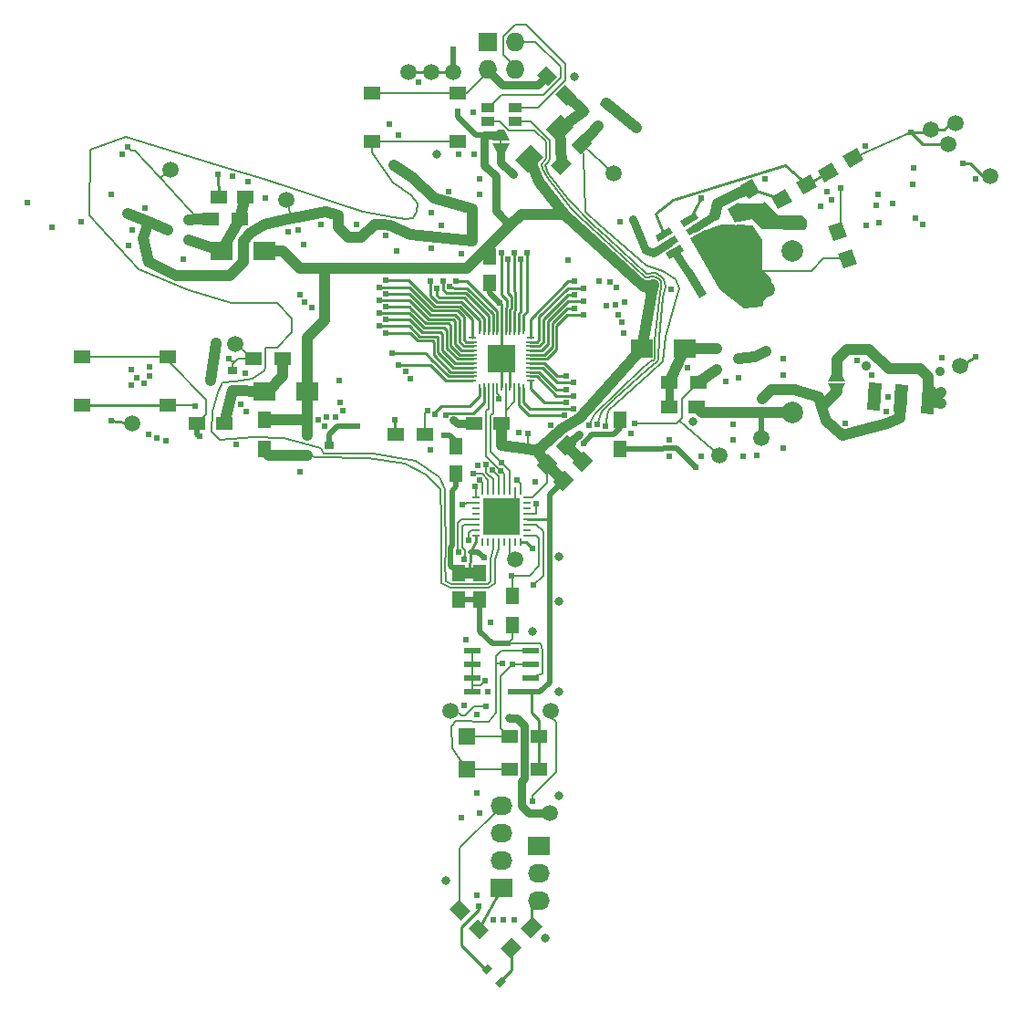
<source format=gbl>
G04 #@! TF.FileFunction,Copper,L6,Bot,Signal*
%FSLAX46Y46*%
G04 Gerber Fmt 4.6, Leading zero omitted, Abs format (unit mm)*
G04 Created by KiCad (PCBNEW 4.0.6) date Monday, May 07, 2018 'PMt' 08:57:05 PM*
%MOMM*%
%LPD*%
G01*
G04 APERTURE LIST*
%ADD10C,0.100000*%
%ADD11C,0.200000*%
%ADD12C,2.000000*%
%ADD13R,1.250000X1.500000*%
%ADD14R,1.500000X1.250000*%
%ADD15R,2.032000X1.727200*%
%ADD16O,2.032000X1.727200*%
%ADD17C,1.500000*%
%ADD18R,1.270000X0.965200*%
%ADD19R,0.900000X0.800000*%
%ADD20R,1.500000X1.300000*%
%ADD21R,1.300000X1.500000*%
%ADD22R,2.000000X1.700000*%
%ADD23R,0.700000X0.250000*%
%ADD24R,0.250000X0.700000*%
%ADD25R,1.725000X1.725000*%
%ADD26R,1.550000X0.600000*%
%ADD27R,0.700000X0.240000*%
%ADD28R,0.800000X0.240000*%
%ADD29R,0.240000X0.800000*%
%ADD30R,2.550000X2.550000*%
%ADD31R,1.550000X1.300000*%
%ADD32R,1.500000X1.500000*%
%ADD33C,0.900000*%
%ADD34R,1.727200X1.727200*%
%ADD35O,1.727200X1.727200*%
%ADD36C,0.610000*%
%ADD37C,0.800000*%
%ADD38C,0.152400*%
%ADD39C,1.000000*%
%ADD40C,0.500000*%
%ADD41C,0.750000*%
%ADD42C,0.240000*%
%ADD43C,0.254000*%
G04 APERTURE END LIST*
D10*
D11*
X149950000Y-70485000D02*
X149950000Y-69215000D01*
D10*
G36*
X174041266Y-78919551D02*
X172958734Y-79544551D01*
X172208734Y-78245513D01*
X173291266Y-77620513D01*
X174041266Y-78919551D01*
X174041266Y-78919551D01*
G37*
G36*
X172791266Y-76754487D02*
X171708734Y-77379487D01*
X170958734Y-76080449D01*
X172041266Y-75455449D01*
X172791266Y-76754487D01*
X172791266Y-76754487D01*
G37*
D12*
X177000000Y-80000000D03*
X177000000Y-94990000D03*
D10*
G36*
X155643846Y-102240038D02*
X154759962Y-101356154D01*
X155820622Y-100295494D01*
X156704506Y-101179378D01*
X155643846Y-102240038D01*
X155643846Y-102240038D01*
G37*
G36*
X157411612Y-100472272D02*
X156527728Y-99588388D01*
X157588388Y-98527728D01*
X158472272Y-99411612D01*
X157411612Y-100472272D01*
X157411612Y-100472272D01*
G37*
G36*
X148856155Y-142972271D02*
X147972271Y-143856155D01*
X146911611Y-142795495D01*
X147795495Y-141911611D01*
X148856155Y-142972271D01*
X148856155Y-142972271D01*
G37*
G36*
X147088389Y-141204505D02*
X146204505Y-142088389D01*
X145143845Y-141027729D01*
X146027729Y-140143845D01*
X147088389Y-141204505D01*
X147088389Y-141204505D01*
G37*
G36*
X154143846Y-100740038D02*
X153259962Y-99856154D01*
X154320622Y-98795494D01*
X155204506Y-99679378D01*
X154143846Y-100740038D01*
X154143846Y-100740038D01*
G37*
G36*
X155911612Y-98972272D02*
X155027728Y-98088388D01*
X156088388Y-97027728D01*
X156972272Y-97911612D01*
X155911612Y-98972272D01*
X155911612Y-98972272D01*
G37*
D13*
X145800000Y-100600001D03*
X145800000Y-98100001D03*
X146000000Y-109850000D03*
X146000000Y-112350000D03*
X148000000Y-109850000D03*
X148000000Y-112350000D03*
X148900000Y-80450001D03*
X148900000Y-82950001D03*
D14*
X149999999Y-96000001D03*
X147499999Y-96000001D03*
X124250000Y-96000000D03*
X121750000Y-96000000D03*
X126250000Y-75000000D03*
X123750000Y-75000000D03*
X165600000Y-94450000D03*
X168100000Y-94450000D03*
D10*
G36*
X156972272Y-65588388D02*
X156088388Y-66472272D01*
X155027728Y-65411612D01*
X155911612Y-64527728D01*
X156972272Y-65588388D01*
X156972272Y-65588388D01*
G37*
G36*
X155204506Y-63820622D02*
X154320622Y-64704506D01*
X153259962Y-63643846D01*
X154143846Y-62759962D01*
X155204506Y-63820622D01*
X155204506Y-63820622D01*
G37*
G36*
X172158734Y-73880449D02*
X173241266Y-73255449D01*
X173991266Y-74554487D01*
X172908734Y-75179487D01*
X172158734Y-73880449D01*
X172158734Y-73880449D01*
G37*
G36*
X173408734Y-76045513D02*
X174491266Y-75420513D01*
X175241266Y-76719551D01*
X174158734Y-77344551D01*
X173408734Y-76045513D01*
X173408734Y-76045513D01*
G37*
D15*
X153500000Y-135210000D03*
D16*
X153500000Y-137750000D03*
X153500000Y-140290000D03*
D17*
X154600000Y-122600000D03*
X151250000Y-108550000D03*
X145300000Y-122600000D03*
D15*
X150000000Y-139079999D03*
D16*
X150000000Y-136539999D03*
X150000000Y-133999999D03*
X150000000Y-131459999D03*
D18*
X148750000Y-66650000D03*
X148750000Y-67920000D03*
X151250000Y-66650000D03*
X151250000Y-67920000D03*
D17*
X115750000Y-96000000D03*
X130000000Y-75250000D03*
X192600000Y-90600000D03*
X195400000Y-73000000D03*
D10*
G36*
X169624038Y-80544968D02*
X170974038Y-82883236D01*
X170281218Y-83283236D01*
X168931218Y-80944968D01*
X169624038Y-80544968D01*
X169624038Y-80544968D01*
G37*
G36*
X167718782Y-81644968D02*
X169068782Y-83983236D01*
X168375962Y-84383236D01*
X167025962Y-82044968D01*
X167718782Y-81644968D01*
X167718782Y-81644968D01*
G37*
D19*
X125000000Y-91050000D03*
X125000000Y-92950000D03*
X123000000Y-92000000D03*
X121000000Y-77050000D03*
X121000000Y-78950000D03*
X119000000Y-78000000D03*
X170000000Y-90950000D03*
X170000000Y-89050000D03*
X172000000Y-90000000D03*
D10*
G36*
X158929290Y-68979899D02*
X158363604Y-68414213D01*
X159000000Y-67777817D01*
X159565686Y-68343503D01*
X158929290Y-68979899D01*
X158929290Y-68979899D01*
G37*
G36*
X157585787Y-67636396D02*
X157020101Y-67070710D01*
X157656497Y-66434314D01*
X158222183Y-67000000D01*
X157585787Y-67636396D01*
X157585787Y-67636396D01*
G37*
G36*
X159671752Y-66893934D02*
X159106066Y-66328248D01*
X159742462Y-65691852D01*
X160308148Y-66257538D01*
X159671752Y-66893934D01*
X159671752Y-66893934D01*
G37*
D20*
X153449999Y-128050000D03*
X150749999Y-128050000D03*
D21*
X151050000Y-112000000D03*
X151050000Y-114700000D03*
D20*
X153450000Y-125050000D03*
X150750000Y-125050000D03*
D10*
G36*
X152870711Y-141710051D02*
X153789949Y-142629289D01*
X152729289Y-143689949D01*
X151810051Y-142770711D01*
X152870711Y-141710051D01*
X152870711Y-141710051D01*
G37*
G36*
X150961523Y-143619239D02*
X151880761Y-144538477D01*
X150820101Y-145599137D01*
X149900863Y-144679899D01*
X150961523Y-143619239D01*
X150961523Y-143619239D01*
G37*
D21*
X161000000Y-95650000D03*
X161000000Y-98350000D03*
D20*
X142850000Y-97000000D03*
X140150000Y-97000000D03*
D22*
X132000000Y-93000000D03*
X128000000Y-93000000D03*
X128000001Y-80000000D03*
X124000001Y-80000000D03*
X163000000Y-89000000D03*
X167000000Y-89000000D03*
D10*
G36*
X152479720Y-72722362D02*
X151277638Y-71520280D01*
X152691852Y-70106066D01*
X153893934Y-71308148D01*
X152479720Y-72722362D01*
X152479720Y-72722362D01*
G37*
G36*
X155308148Y-69893934D02*
X154106066Y-68691852D01*
X155520280Y-67277638D01*
X156722362Y-68479720D01*
X155308148Y-69893934D01*
X155308148Y-69893934D01*
G37*
D20*
X129700000Y-90000000D03*
X127000000Y-90000000D03*
X125700000Y-77000000D03*
X123000000Y-77000000D03*
X165550000Y-92150000D03*
X168250000Y-92150000D03*
D10*
G36*
X155474695Y-72944543D02*
X154555457Y-72025305D01*
X155616117Y-70964645D01*
X156535355Y-71883883D01*
X155474695Y-72944543D01*
X155474695Y-72944543D01*
G37*
G36*
X157383883Y-71035355D02*
X156464645Y-70116117D01*
X157525305Y-69055457D01*
X158444543Y-69974695D01*
X157383883Y-71035355D01*
X157383883Y-71035355D01*
G37*
G36*
X182990769Y-81169626D02*
X181769169Y-81614253D01*
X181256139Y-80204714D01*
X182477739Y-79760087D01*
X182990769Y-81169626D01*
X182990769Y-81169626D01*
G37*
G36*
X182067315Y-78632456D02*
X180845715Y-79077083D01*
X180332685Y-77667544D01*
X181554285Y-77222917D01*
X182067315Y-78632456D01*
X182067315Y-78632456D01*
G37*
G36*
X175676220Y-76112917D02*
X175026220Y-74987083D01*
X176325258Y-74237083D01*
X176975258Y-75362917D01*
X175676220Y-76112917D01*
X175676220Y-76112917D01*
G37*
G36*
X178014488Y-74762917D02*
X177364488Y-73637083D01*
X178663526Y-72887083D01*
X179313526Y-74012917D01*
X178014488Y-74762917D01*
X178014488Y-74762917D01*
G37*
G36*
X180006347Y-73612917D02*
X179356347Y-72487083D01*
X180655385Y-71737083D01*
X181305385Y-72862917D01*
X180006347Y-73612917D01*
X180006347Y-73612917D01*
G37*
G36*
X182344615Y-72262917D02*
X181694615Y-71137083D01*
X182993653Y-70387083D01*
X183643653Y-71512917D01*
X182344615Y-72262917D01*
X182344615Y-72262917D01*
G37*
D23*
X152400000Y-102850000D03*
X152400000Y-103350000D03*
X152400000Y-103850000D03*
X152400000Y-104350000D03*
X152400000Y-104850000D03*
X152400000Y-105350000D03*
X152400000Y-105850000D03*
X152400000Y-106350000D03*
D24*
X151750000Y-107000000D03*
X151250000Y-107000000D03*
X150750000Y-107000000D03*
X150250000Y-107000000D03*
X149750000Y-107000000D03*
X149250000Y-107000000D03*
X148750000Y-107000000D03*
X148250000Y-107000000D03*
D23*
X147600000Y-106350000D03*
X147600000Y-105850000D03*
X147600000Y-105350000D03*
X147600000Y-104850000D03*
X147600000Y-104350000D03*
X147600000Y-103850000D03*
X147600000Y-103350000D03*
X147600000Y-102850000D03*
D24*
X148250000Y-102200000D03*
X148750000Y-102200000D03*
X149250000Y-102200000D03*
X149750000Y-102200000D03*
X150250000Y-102200000D03*
X150750000Y-102200000D03*
X151250000Y-102200000D03*
X151750000Y-102200000D03*
D25*
X149137500Y-105462500D03*
X149137500Y-103737500D03*
X150862500Y-105462500D03*
X150862500Y-103737500D03*
D26*
X147300000Y-120905000D03*
X147300000Y-119635000D03*
X147300000Y-118365000D03*
X147300000Y-117095000D03*
X152700000Y-117095000D03*
X152700000Y-118365000D03*
X152700000Y-119635000D03*
X152700000Y-120905000D03*
D27*
X147300000Y-92000000D03*
D28*
X147400000Y-91600000D03*
X147400000Y-91200000D03*
X147400000Y-90800000D03*
X147400000Y-90400000D03*
X147400000Y-90000000D03*
X147400000Y-89600000D03*
X147400000Y-89200000D03*
X147400000Y-88800000D03*
X147400000Y-88400000D03*
X147300000Y-88000000D03*
D29*
X148000000Y-87300000D03*
X148400000Y-87400000D03*
X148800000Y-87400000D03*
X149200000Y-87400000D03*
X149600000Y-87400000D03*
X150000000Y-87400000D03*
X150400000Y-87400000D03*
X150800000Y-87400000D03*
X151200000Y-87400000D03*
X151600000Y-87400000D03*
X152000000Y-87300000D03*
D28*
X152700000Y-88000000D03*
X152600000Y-88400000D03*
X152600000Y-88800000D03*
X152600000Y-89200000D03*
X152600000Y-89600000D03*
X152600000Y-90000000D03*
X152600000Y-90400000D03*
X152600000Y-90800000D03*
X152600000Y-91200000D03*
X152600000Y-91600000D03*
X152700000Y-92000000D03*
D29*
X152000000Y-92700000D03*
X151600000Y-92600000D03*
X151200000Y-92600000D03*
X150800000Y-92600000D03*
X150400000Y-92600000D03*
X150000000Y-92600000D03*
X149600000Y-92600000D03*
X149200000Y-92600000D03*
X148800000Y-92600000D03*
X148400000Y-92600000D03*
X148000000Y-92700000D03*
D30*
X150000000Y-90000000D03*
D10*
G36*
X165542866Y-80736169D02*
X165217866Y-80173253D01*
X166568866Y-79393253D01*
X166893866Y-79956169D01*
X165542866Y-80736169D01*
X165542866Y-80736169D01*
G37*
G36*
X165067866Y-79913445D02*
X164742866Y-79350529D01*
X166093866Y-78570529D01*
X166418866Y-79133445D01*
X165067866Y-79913445D01*
X165067866Y-79913445D01*
G37*
G36*
X164592866Y-79090721D02*
X164267866Y-78527805D01*
X165618866Y-77747805D01*
X165943866Y-78310721D01*
X164592866Y-79090721D01*
X164592866Y-79090721D01*
G37*
G36*
X166931134Y-77740721D02*
X166606134Y-77177805D01*
X167957134Y-76397805D01*
X168282134Y-76960721D01*
X166931134Y-77740721D01*
X166931134Y-77740721D01*
G37*
G36*
X167881134Y-79386169D02*
X167556134Y-78823253D01*
X168907134Y-78043253D01*
X169232134Y-78606169D01*
X167881134Y-79386169D01*
X167881134Y-79386169D01*
G37*
G36*
X167406134Y-78563445D02*
X167081134Y-78000529D01*
X168432134Y-77220529D01*
X168757134Y-77783445D01*
X167406134Y-78563445D01*
X167406134Y-78563445D01*
G37*
D31*
X111025000Y-89750000D03*
X118975000Y-89750000D03*
X118975000Y-94250000D03*
X111025000Y-94250000D03*
X145950000Y-69850000D03*
X138000000Y-69850000D03*
X138000000Y-65350000D03*
X145950000Y-65350000D03*
D32*
X146750000Y-128050000D03*
X146750001Y-125050000D03*
D19*
X132000000Y-98950000D03*
X132000000Y-97050000D03*
X134000000Y-98000000D03*
D21*
X128000000Y-95650000D03*
X128000000Y-98350000D03*
D17*
X125300000Y-88600000D03*
X119300000Y-72400000D03*
X170200000Y-98900000D03*
X160400000Y-72800000D03*
X191500000Y-70100000D03*
X192150000Y-68150000D03*
X189900000Y-68750000D03*
X141350000Y-63350000D03*
X145550000Y-63350000D03*
X143450000Y-63350000D03*
X174125000Y-97300000D03*
X174650000Y-83550000D03*
D10*
G36*
X150396016Y-147730330D02*
X149830330Y-148296016D01*
X149406066Y-147871752D01*
X149971752Y-147306066D01*
X150396016Y-147730330D01*
X150396016Y-147730330D01*
G37*
G36*
X149193934Y-146528248D02*
X148628248Y-147093934D01*
X148203984Y-146669670D01*
X148769670Y-146103984D01*
X149193934Y-146528248D01*
X149193934Y-146528248D01*
G37*
D33*
X190691718Y-91137172D03*
X183908282Y-90662828D03*
D10*
G36*
X183928526Y-94674011D02*
X184102917Y-92180101D01*
X185299994Y-92263809D01*
X185125603Y-94757719D01*
X183928526Y-94674011D01*
X183928526Y-94674011D01*
G37*
G36*
X186422436Y-94848402D02*
X186596827Y-92354492D01*
X187793904Y-92438200D01*
X187619513Y-94932110D01*
X186422436Y-94848402D01*
X186422436Y-94848402D01*
G37*
G36*
X188916346Y-95022793D02*
X189090737Y-92528883D01*
X190287814Y-92612591D01*
X190113423Y-95106501D01*
X188916346Y-95022793D01*
X188916346Y-95022793D01*
G37*
D34*
X148760000Y-60560000D03*
D35*
X151300000Y-60560000D03*
X148760000Y-63100000D03*
X151300000Y-63100000D03*
D10*
G36*
X181450000Y-93250000D02*
X180850000Y-93250000D01*
X180350000Y-92250000D01*
X181950000Y-92250000D01*
X181450000Y-93250000D01*
X181450000Y-93250000D01*
G37*
G36*
X181950000Y-92050000D02*
X180350000Y-92050000D01*
X180850000Y-91050000D01*
X181450000Y-91050000D01*
X181950000Y-92050000D01*
X181950000Y-92050000D01*
G37*
G36*
X149650000Y-68700000D02*
X150250000Y-68700000D01*
X150750000Y-69700000D01*
X149150000Y-69700000D01*
X149650000Y-68700000D01*
X149650000Y-68700000D01*
G37*
G36*
X149150000Y-70000000D02*
X150750000Y-70000000D01*
X150250000Y-71000000D01*
X149650000Y-71000000D01*
X149150000Y-70000000D01*
X149150000Y-70000000D01*
G37*
D17*
X154450000Y-132100000D03*
D36*
X177600000Y-77200000D03*
X176700000Y-77200000D03*
X175900000Y-77400000D03*
X168000000Y-100000000D03*
X148450000Y-119850000D03*
X150000000Y-89900000D03*
D37*
X150000000Y-90700000D03*
D36*
X149800000Y-84800000D03*
X121950000Y-97150000D03*
X145550000Y-95650000D03*
X144650000Y-97100000D03*
X157200000Y-97000000D03*
X188000000Y-69000000D03*
X123700000Y-72900000D03*
X154600000Y-96100000D03*
X140100000Y-95600000D03*
X162200000Y-77000000D03*
X150600000Y-116400000D03*
X149137500Y-105462500D03*
X150862500Y-105462500D03*
X150862500Y-103737500D03*
X149137500Y-103737500D03*
X150850000Y-120900000D03*
X145550000Y-61250000D03*
X145900000Y-67050000D03*
X152450000Y-96900000D03*
X148350000Y-108450000D03*
X164100000Y-83100000D03*
X169800000Y-76700000D03*
X147800000Y-99850000D03*
X153250000Y-103400000D03*
X121550000Y-94350000D03*
X147900000Y-140800000D03*
X153000000Y-111000000D03*
X157600000Y-97800000D03*
D37*
X144800000Y-138400000D03*
D36*
X134900000Y-92025000D03*
X131250000Y-100500000D03*
X113750000Y-95750000D03*
X123500000Y-88500000D03*
X144800000Y-95250000D03*
X108250000Y-77750000D03*
X117350000Y-90750000D03*
X168500000Y-99000000D03*
X184800000Y-75750000D03*
X179600000Y-75800000D03*
X143850000Y-95100000D03*
X111000000Y-77250000D03*
X117350000Y-91550000D03*
X165550000Y-99000000D03*
X184950000Y-74750000D03*
X140400000Y-90550000D03*
X113750000Y-74750000D03*
X117250000Y-97000000D03*
X165550000Y-97500000D03*
X116900000Y-76000000D03*
X139850000Y-89475000D03*
X118000000Y-97300000D03*
X171500000Y-97500000D03*
X183900000Y-77600000D03*
X188250000Y-72250000D03*
X139250000Y-87550000D03*
X114750000Y-71000000D03*
X118850000Y-97600000D03*
X171500000Y-96050000D03*
X138650000Y-86950000D03*
X125000000Y-73000000D03*
X173700000Y-98900000D03*
X170800000Y-92100000D03*
X133600000Y-96200000D03*
X139250000Y-86350000D03*
X126500000Y-73500000D03*
X176150000Y-98250000D03*
X172000000Y-91700000D03*
X135000000Y-94000000D03*
X162000000Y-96900000D03*
X128100000Y-75100000D03*
X138650000Y-85750000D03*
X134550000Y-95400000D03*
X160050000Y-82850000D03*
X167300000Y-90800000D03*
X181900000Y-95950000D03*
X139250000Y-85150000D03*
X130150000Y-78200000D03*
X133750000Y-95350000D03*
X185700000Y-94900000D03*
X188400000Y-76900000D03*
X138650000Y-84550000D03*
X131100000Y-78050000D03*
X133000000Y-95600000D03*
X176200000Y-91500000D03*
X139250000Y-83950000D03*
X131650000Y-79350000D03*
X125350000Y-97950000D03*
X185050000Y-77350000D03*
X188200000Y-73750000D03*
X126300000Y-94900000D03*
X176200000Y-90000000D03*
X138650000Y-83350000D03*
X133250000Y-77500000D03*
X161350000Y-87600000D03*
X125800000Y-94200000D03*
X185900000Y-93550000D03*
X139250000Y-82700000D03*
X136500000Y-77500000D03*
X184400000Y-91500000D03*
X156200000Y-80850000D03*
X139250000Y-78500000D03*
X143400000Y-82800000D03*
X183000000Y-90100000D03*
X189100000Y-77550000D03*
X144000000Y-83400000D03*
X140250000Y-80000000D03*
X190900000Y-89900000D03*
X160800000Y-85900000D03*
X143500000Y-79750000D03*
X144600000Y-82800000D03*
X145200000Y-83300000D03*
X143450000Y-76450000D03*
X180200000Y-74450000D03*
X153100000Y-101400000D03*
X145800000Y-82800000D03*
X146250000Y-80250000D03*
X180650000Y-75200000D03*
X144400000Y-77600000D03*
X150000000Y-80100000D03*
X141100000Y-91150000D03*
X150600000Y-80700000D03*
X141500000Y-91800000D03*
X151200000Y-80100000D03*
X140460000Y-69210000D03*
X147750000Y-139750000D03*
X139600000Y-68200000D03*
X146250000Y-132550000D03*
X151800000Y-80700000D03*
X142300000Y-64283530D03*
X152400000Y-80100000D03*
X148000000Y-132100000D03*
X146700000Y-116050000D03*
X156800000Y-82800000D03*
X147500000Y-71000000D03*
X157600000Y-83400000D03*
X146000000Y-71000000D03*
X146550000Y-122150000D03*
X147750000Y-130250000D03*
X156800000Y-84000000D03*
X148000000Y-73250000D03*
X147750000Y-123000000D03*
X157600000Y-84600000D03*
X148000000Y-74750000D03*
X149000000Y-114450000D03*
X156800000Y-85300000D03*
X145050000Y-74450000D03*
X148750000Y-120850000D03*
D37*
X144000000Y-71000000D03*
D36*
X157600000Y-85900000D03*
X159100000Y-82750000D03*
X151200000Y-142000000D03*
X115600000Y-92400000D03*
X156000000Y-91600000D03*
X120450000Y-80750000D03*
X160700000Y-83350000D03*
X150200000Y-142000000D03*
X156700000Y-92200000D03*
X131325000Y-84050000D03*
X194000000Y-73300000D03*
X172400000Y-99000000D03*
X149200000Y-142000000D03*
X156000000Y-92800000D03*
X132400000Y-85200000D03*
X161200000Y-86600000D03*
X156700000Y-93400000D03*
X131700000Y-84725000D03*
X161400000Y-84750000D03*
X116150000Y-91700000D03*
X156000000Y-94000000D03*
X115750000Y-78000000D03*
X160600000Y-85000000D03*
X116800000Y-92250000D03*
X115350000Y-79500000D03*
X156700000Y-94600000D03*
X159700000Y-85050000D03*
X115600000Y-91000000D03*
X155875000Y-95200000D03*
X106000000Y-75500000D03*
X147250000Y-79000000D03*
X147400000Y-67100000D03*
X134875000Y-76700000D03*
D37*
X140000000Y-72000000D03*
D36*
X115250000Y-76500000D03*
D37*
X167800000Y-95800000D03*
X154100000Y-143700000D03*
X155300000Y-112500000D03*
X155300000Y-120900000D03*
X155300000Y-130500000D03*
X155300000Y-108300000D03*
D36*
X174535715Y-89300000D03*
X173500000Y-89800000D03*
X194000000Y-89800000D03*
X192800000Y-71800000D03*
X186300000Y-75600000D03*
X165750000Y-83500000D03*
D37*
X156800000Y-63800000D03*
D36*
X161000000Y-77250000D03*
X161000000Y-77250000D03*
X183750000Y-70250000D03*
X174500000Y-73250000D03*
X162500000Y-68500000D03*
X147550000Y-101850000D03*
X146400000Y-103500000D03*
X150100000Y-118250000D03*
X149975000Y-99575000D03*
X158100000Y-96175000D03*
X150985000Y-118365000D03*
X149950000Y-100350000D03*
X158900000Y-96050000D03*
X124650000Y-89950000D03*
X146950000Y-106848062D03*
X115300000Y-70300000D03*
X147400000Y-100650000D03*
X126250000Y-91300000D03*
X135250000Y-94800000D03*
X148575000Y-99775000D03*
X162400000Y-96000000D03*
X149150000Y-100325000D03*
X159675000Y-96250000D03*
X143100000Y-94800000D03*
X149775000Y-93675000D03*
X151600000Y-96850000D03*
X152900000Y-107600000D03*
X146500000Y-108600000D03*
X146050000Y-107950000D03*
X150950000Y-110100000D03*
X152900000Y-131000000D03*
X151450000Y-101250000D03*
X147950000Y-101200000D03*
X148600000Y-122200000D03*
X136650000Y-96250000D03*
X143400000Y-98400000D03*
X151100000Y-72900000D03*
D37*
X190850000Y-94100000D03*
X190850000Y-94100000D03*
X190850000Y-93100000D03*
X150800000Y-123300000D03*
X152850000Y-115250000D03*
X174200000Y-93700000D03*
X173750000Y-84450000D03*
X172700000Y-84450000D03*
X185850000Y-95950000D03*
X187000000Y-95500000D03*
D36*
X181500000Y-74100000D03*
X168500000Y-75100000D03*
D38*
X174325000Y-76382532D02*
X174882532Y-76382532D01*
X174882532Y-76382532D02*
X175900000Y-77400000D01*
X171875000Y-76417468D02*
X174290064Y-76417468D01*
X174290064Y-76417468D02*
X174325000Y-76382532D01*
X176700000Y-77200000D02*
X177600000Y-77200000D01*
X175900000Y-77400000D02*
X176500000Y-77400000D01*
X176500000Y-77400000D02*
X176700000Y-77200000D01*
D39*
X177000000Y-94990000D02*
X174150000Y-94990000D01*
X174150000Y-94990000D02*
X168640000Y-94990000D01*
D40*
X174125000Y-97300000D02*
X174125000Y-95015000D01*
X174125000Y-95015000D02*
X174150000Y-94990000D01*
D39*
X168640000Y-94990000D02*
X168100000Y-94450000D01*
D41*
X150100000Y-64600000D02*
X153364468Y-64600000D01*
X153364468Y-64600000D02*
X154232234Y-63732234D01*
X149000000Y-63500000D02*
X150100000Y-64600000D01*
X149000000Y-63100000D02*
X149000000Y-63500000D01*
D38*
X145950000Y-65350000D02*
X146750000Y-65350000D01*
X146750000Y-65350000D02*
X149000000Y-63100000D01*
D11*
X146116117Y-141116117D02*
X146116117Y-136000000D01*
X150000000Y-131500000D02*
X146116117Y-135383883D01*
X146116117Y-135383883D02*
X146116117Y-136000000D01*
X150000000Y-131459999D02*
X150000000Y-131500000D01*
D40*
X165050000Y-98250000D02*
X166250000Y-98250000D01*
X166250000Y-98250000D02*
X168000000Y-100000000D01*
X164950000Y-98350000D02*
X165050000Y-98250000D01*
X161000000Y-98350000D02*
X164950000Y-98350000D01*
D41*
X156000000Y-98000000D02*
X157200000Y-97000000D01*
D38*
X147300000Y-120250000D02*
X148050000Y-120250000D01*
X148050000Y-120250000D02*
X148450000Y-119850000D01*
D11*
X147300000Y-120250000D02*
X147300000Y-120905000D01*
X147300000Y-119635000D02*
X147300000Y-120250000D01*
D40*
X144650000Y-97100000D02*
X145167766Y-97100000D01*
X145167766Y-97100000D02*
X145833883Y-97766117D01*
X148900000Y-82950001D02*
X148900000Y-83900000D01*
X148900000Y-83900000D02*
X149800000Y-84800000D01*
D41*
X147499999Y-96000001D02*
X145900001Y-96000001D01*
X145900001Y-96000001D02*
X145550000Y-95650000D01*
D11*
X138000000Y-65350000D02*
X145950000Y-65350000D01*
D42*
X154232234Y-63732234D02*
X153732234Y-63732234D01*
X191700000Y-68150000D02*
X191100000Y-68750000D01*
X191100000Y-68750000D02*
X189900000Y-68750000D01*
X192150000Y-68150000D02*
X191700000Y-68150000D01*
X189600000Y-68750000D02*
X189350000Y-69000000D01*
X189350000Y-69000000D02*
X188000000Y-69000000D01*
X189900000Y-68750000D02*
X189600000Y-68750000D01*
X191500000Y-70100000D02*
X189100000Y-70100000D01*
X189100000Y-70100000D02*
X188000000Y-69000000D01*
D38*
X192150000Y-68150000D02*
X191950000Y-68150000D01*
D42*
X152800000Y-142700000D02*
X152800000Y-140990000D01*
X152800000Y-140990000D02*
X153500000Y-140290000D01*
D40*
X148000000Y-115250000D02*
X149150000Y-116400000D01*
X149150000Y-116400000D02*
X150600000Y-116400000D01*
X148000000Y-112350000D02*
X148000000Y-115250000D01*
X148000000Y-112350000D02*
X146000000Y-112350000D01*
D11*
X151050000Y-114700000D02*
X151050000Y-115950000D01*
X151050000Y-115950000D02*
X150600000Y-116400000D01*
D42*
X138009465Y-65359465D02*
X138000000Y-65350000D01*
D38*
X111025000Y-89750000D02*
X118975000Y-89750000D01*
X122600000Y-93750000D02*
X122600000Y-95150000D01*
X122600000Y-95150000D02*
X121750000Y-96000000D01*
X118975000Y-90125000D02*
X122600000Y-93750000D01*
X118975000Y-89750000D02*
X118975000Y-90125000D01*
D40*
X121750000Y-96000000D02*
X121750000Y-96950000D01*
X121750000Y-96950000D02*
X121950000Y-97150000D01*
D39*
X157500000Y-99500000D02*
X156000000Y-98000000D01*
D11*
X147300000Y-119000000D02*
X147300000Y-119635000D01*
X147300000Y-118365000D02*
X147300000Y-119000000D01*
D38*
X153600000Y-116400000D02*
X150600000Y-116400000D01*
X153850000Y-117050000D02*
X153600000Y-116400000D01*
X153850000Y-119200000D02*
X153850000Y-117050000D01*
X152700000Y-119635000D02*
X153850000Y-119200000D01*
X182669134Y-71325000D02*
X188000000Y-69000000D01*
D42*
X123750000Y-75000000D02*
X123700000Y-72900000D01*
X150000000Y-84900000D02*
X149800000Y-84800000D01*
X140150000Y-97000000D02*
X140100000Y-95600000D01*
D41*
X163400000Y-79900000D02*
X162200000Y-77000000D01*
X164100000Y-80100000D02*
X163400000Y-79900000D01*
X165580866Y-79241987D02*
X164100000Y-80100000D01*
D42*
X150000000Y-87400000D02*
X150000000Y-84900000D01*
X150000000Y-87400000D02*
X150000000Y-90000000D01*
X150000000Y-92600000D02*
X150000000Y-90000000D01*
X150800000Y-92600000D02*
X150800000Y-90800000D01*
X150800000Y-90800000D02*
X150000000Y-90000000D01*
D11*
X147300000Y-117095000D02*
X147300000Y-118365000D01*
D38*
X150862500Y-105462500D02*
X149137500Y-105462500D01*
X150862500Y-103737500D02*
X150862500Y-105462500D01*
X149137500Y-103737500D02*
X150862500Y-103737500D01*
X149137500Y-105462500D02*
X149137500Y-103737500D01*
X151250000Y-102200000D02*
X151250000Y-103350000D01*
X151250000Y-103350000D02*
X150862500Y-103737500D01*
D39*
X164100000Y-83100000D02*
X163969491Y-83800000D01*
X163200000Y-83250000D02*
X163419491Y-83250000D01*
X163969491Y-83800000D02*
X163000000Y-89000000D01*
X163419491Y-83250000D02*
X163969491Y-83800000D01*
D41*
X148400000Y-69200000D02*
X149950000Y-69200000D01*
D40*
X148400000Y-69200000D02*
X147600000Y-69200000D01*
D41*
X148400000Y-72000000D02*
X148400000Y-69200000D01*
X149450000Y-73050000D02*
X148400000Y-72000000D01*
X149450000Y-76250000D02*
X149450000Y-73050000D01*
D40*
X147400000Y-69000000D02*
X145900000Y-67500000D01*
X147600000Y-69200000D02*
X147400000Y-69000000D01*
D39*
X132000000Y-97050000D02*
X132000000Y-95800000D01*
X131850000Y-95650000D02*
X132000000Y-95800000D01*
X132000000Y-95800000D02*
X132000000Y-93000000D01*
X128000000Y-95650000D02*
X131850000Y-95650000D01*
X133600000Y-81600000D02*
X131300000Y-81600000D01*
X131300000Y-81600000D02*
X129700000Y-80000000D01*
X129700000Y-80000000D02*
X128000001Y-80000000D01*
X146800000Y-81600000D02*
X133600000Y-81600000D01*
X132000000Y-88000000D02*
X133600000Y-86400000D01*
X133600000Y-86400000D02*
X133600000Y-81600000D01*
X132000000Y-93000000D02*
X132000000Y-88000000D01*
X147650000Y-80750000D02*
X146800000Y-81600000D01*
D11*
X154232234Y-101467766D02*
X152850000Y-102850000D01*
X152850000Y-102850000D02*
X152400000Y-102850000D01*
X154232234Y-99767766D02*
X154232234Y-101467766D01*
D42*
X147600000Y-106900000D02*
X147600000Y-106350000D01*
D40*
X145800000Y-100600001D02*
X145800000Y-101850000D01*
X145450000Y-102200000D02*
X145450000Y-107300000D01*
X145300000Y-109150000D02*
X146000000Y-109850000D01*
X145800000Y-101850000D02*
X145450000Y-102200000D01*
X145450000Y-107300000D02*
X145300000Y-107450000D01*
X145300000Y-107450000D02*
X145300000Y-109150000D01*
X147150000Y-107900000D02*
X147800000Y-107900000D01*
X147800000Y-107900000D02*
X148350000Y-108450000D01*
X152700000Y-120905000D02*
X150855000Y-120905000D01*
X150855000Y-120905000D02*
X150850000Y-120900000D01*
X154450000Y-120050000D02*
X154450000Y-104850000D01*
X154450000Y-104850000D02*
X154450000Y-102550000D01*
D42*
X152400000Y-104850000D02*
X154450000Y-104850000D01*
D40*
X154450000Y-102550000D02*
X155732234Y-101267766D01*
X152700000Y-120905000D02*
X153595000Y-120905000D01*
X154450000Y-120050000D02*
X153595000Y-120905000D01*
X154450000Y-120050000D02*
X154400000Y-120100000D01*
D39*
X147650000Y-80750000D02*
X150800000Y-77600000D01*
D38*
X147949999Y-80450001D02*
X147650000Y-80750000D01*
X148900000Y-80450001D02*
X147949999Y-80450001D01*
D40*
X145550000Y-61250000D02*
X145550000Y-63350000D01*
X145900000Y-67500000D02*
X145900000Y-67050000D01*
D42*
X143450000Y-63350000D02*
X145550000Y-63350000D01*
X141350000Y-63350000D02*
X143450000Y-63350000D01*
D41*
X149450000Y-76250000D02*
X150800000Y-77600000D01*
D39*
X150800000Y-77600000D02*
X151850000Y-76550000D01*
X153300000Y-98500000D02*
X152450000Y-98371212D01*
X152450000Y-98371212D02*
X150000000Y-98000000D01*
D11*
X152450000Y-96900000D02*
X152450000Y-98371212D01*
D42*
X152775000Y-122800000D02*
X152775000Y-120980000D01*
X152775000Y-120980000D02*
X152700000Y-120905000D01*
X153450000Y-125050000D02*
X153450000Y-123475000D01*
X153450000Y-123475000D02*
X152775000Y-122800000D01*
X153449999Y-128050000D02*
X153449999Y-125050001D01*
X153449999Y-125050001D02*
X153450000Y-125050000D01*
D39*
X151850000Y-76550000D02*
X155800000Y-76550000D01*
X155800000Y-76550000D02*
X155900000Y-76650000D01*
X155900000Y-76650000D02*
X153500000Y-73500000D01*
X163200000Y-83250000D02*
X155900000Y-76650000D01*
X164100000Y-83100000D02*
X163200000Y-83250000D01*
X153300000Y-98500000D02*
X154232234Y-99767766D01*
X150000000Y-98000000D02*
X149999999Y-96000001D01*
D42*
X147150000Y-107900000D02*
X147600000Y-106900000D01*
D39*
X147000000Y-109850000D02*
X148000000Y-109850000D01*
X146000000Y-109850000D02*
X147000000Y-109850000D01*
D42*
X147000000Y-109850000D02*
X147150000Y-107900000D01*
D39*
X154232234Y-99767766D02*
X155732234Y-101267766D01*
X154600000Y-97400000D02*
X153300000Y-98500000D01*
X155600000Y-96500000D02*
X154600000Y-97400000D01*
X157300000Y-95500000D02*
X155600000Y-96500000D01*
X163000000Y-89000000D02*
X157300000Y-95500000D01*
X153500000Y-73500000D02*
X152585786Y-71414214D01*
D42*
X173075000Y-74217468D02*
X176000739Y-75175000D01*
D39*
X171900000Y-74600000D02*
X173075000Y-74217468D01*
X170100000Y-75600000D02*
X171900000Y-74600000D01*
X169800000Y-76700000D02*
X170100000Y-75600000D01*
D41*
X167919134Y-77891987D02*
X169800000Y-76700000D01*
D11*
X154232234Y-100567766D02*
X154232234Y-99767766D01*
X150400000Y-92600000D02*
X150400000Y-94750000D01*
X150400000Y-94750000D02*
X150400000Y-95600000D01*
X151200000Y-92600000D02*
X151200000Y-93950000D01*
X151200000Y-93950000D02*
X150400000Y-94750000D01*
X150400000Y-95600000D02*
X149999999Y-96000001D01*
D38*
X153200000Y-104350000D02*
X153200000Y-103450000D01*
X153200000Y-103450000D02*
X153250000Y-103400000D01*
X118975000Y-94250000D02*
X121450000Y-94250000D01*
X121450000Y-94250000D02*
X121550000Y-94350000D01*
X153000000Y-104350000D02*
X153200000Y-104350000D01*
D42*
X118975000Y-94250000D02*
X113200000Y-94250000D01*
X113200000Y-94250000D02*
X111025000Y-94250000D01*
D38*
X152400000Y-104350000D02*
X153000000Y-104350000D01*
D42*
X147883883Y-142883883D02*
X150000000Y-139079999D01*
X148498959Y-146598959D02*
X146300000Y-144400000D01*
X146300000Y-144400000D02*
X146300000Y-143300000D01*
X148698959Y-146598959D02*
X148498959Y-146598959D01*
X146300000Y-143300000D02*
X146300000Y-142700000D01*
X146300000Y-142700000D02*
X147900000Y-141100000D01*
X147900000Y-141100000D02*
X147900000Y-140800000D01*
D11*
X153900000Y-106000000D02*
X153900000Y-110100000D01*
X153900000Y-110100000D02*
X153000000Y-111000000D01*
X153250000Y-105350000D02*
X153900000Y-106000000D01*
X152400000Y-105350000D02*
X153250000Y-105350000D01*
D42*
X150890812Y-146709188D02*
X150890812Y-144609188D01*
X149901041Y-147801041D02*
X149901041Y-147698959D01*
X149901041Y-147698959D02*
X150890812Y-146709188D01*
D39*
X128000000Y-98500000D02*
X128450000Y-98950000D01*
X128450000Y-98950000D02*
X132000000Y-98950000D01*
X128000000Y-98350000D02*
X128000000Y-98500000D01*
D38*
X132000000Y-98950000D02*
X132700000Y-99136667D01*
X137650000Y-99150000D02*
X132700000Y-99136667D01*
X141050000Y-99700000D02*
X137650000Y-99150000D01*
X143000000Y-100750000D02*
X141050000Y-99700000D01*
X144350000Y-102100000D02*
X143000000Y-100750000D01*
X144450000Y-104950000D02*
X144350000Y-102100000D01*
X144450000Y-104950000D02*
X144450000Y-110800000D01*
X149750000Y-107600000D02*
X149750000Y-107000000D01*
X145250000Y-111200000D02*
X148800000Y-111200000D01*
X148800000Y-111200000D02*
X149400000Y-110750000D01*
X149400000Y-108600000D02*
X149750000Y-107600000D01*
X144450000Y-110800000D02*
X145250000Y-111200000D01*
X149400000Y-110750000D02*
X149400000Y-108600000D01*
D40*
X160400000Y-97000000D02*
X158400000Y-97000000D01*
X158400000Y-97000000D02*
X157600000Y-97800000D01*
X161000000Y-96400000D02*
X160400000Y-97000000D01*
X161000000Y-95650000D02*
X161000000Y-96400000D01*
D42*
X113750000Y-95750000D02*
X115750000Y-96000000D01*
D39*
X123000000Y-92000000D02*
X123500000Y-88500000D01*
D42*
X144800000Y-95250000D02*
X145050000Y-95000000D01*
X147400000Y-95000000D02*
X148400000Y-94000000D01*
X148400000Y-94000000D02*
X148400000Y-92600000D01*
X145050000Y-95000000D02*
X147400000Y-95000000D01*
X147000000Y-94400000D02*
X144400000Y-94400000D01*
X143850000Y-95100000D02*
X143850000Y-94950000D01*
X143850000Y-94950000D02*
X144400000Y-94400000D01*
X148000000Y-92700000D02*
X148000000Y-93400000D01*
X148000000Y-93400000D02*
X147000000Y-94400000D01*
X144850000Y-92000000D02*
X143400000Y-90550000D01*
X143400000Y-90550000D02*
X140400000Y-90550000D01*
X147300000Y-92000000D02*
X144850000Y-92000000D01*
X143025000Y-89575000D02*
X142925000Y-89475000D01*
X142925000Y-89475000D02*
X139850000Y-89475000D01*
X143500000Y-90050000D02*
X143025000Y-89575000D01*
X145050000Y-91600000D02*
X143500000Y-90050000D01*
X147400000Y-91600000D02*
X145050000Y-91600000D01*
X141500000Y-87600000D02*
X141450000Y-87550000D01*
X141450000Y-87550000D02*
X139250000Y-87550000D01*
X142200000Y-88300000D02*
X141500000Y-87600000D01*
X143550000Y-88300000D02*
X142200000Y-88300000D01*
X143700000Y-88450000D02*
X143550000Y-88300000D01*
X143700000Y-89650000D02*
X143700000Y-88450000D01*
X145250000Y-91200000D02*
X143700000Y-89650000D01*
X147400000Y-91200000D02*
X145250000Y-91200000D01*
X141500000Y-87000000D02*
X141450000Y-86950000D01*
X141450000Y-86950000D02*
X138650000Y-86950000D01*
X142400000Y-87900000D02*
X141500000Y-87000000D01*
X144100000Y-87900000D02*
X142400000Y-87900000D01*
X144100000Y-89400000D02*
X144100000Y-87900000D01*
X145500000Y-90800000D02*
X144100000Y-89400000D01*
X147400000Y-90800000D02*
X145500000Y-90800000D01*
X142300000Y-87200000D02*
X141450000Y-86350000D01*
X141450000Y-86350000D02*
X139250000Y-86350000D01*
X142600000Y-87500000D02*
X142300000Y-87200000D01*
X144350000Y-87500000D02*
X142600000Y-87500000D01*
X144500000Y-87650000D02*
X144350000Y-87500000D01*
X144500000Y-89200000D02*
X144500000Y-87650000D01*
X145700000Y-90400000D02*
X144500000Y-89200000D01*
X147400000Y-90400000D02*
X145700000Y-90400000D01*
X142000000Y-86300000D02*
X141450000Y-85750000D01*
X141450000Y-85750000D02*
X138650000Y-85750000D01*
X142800000Y-87100000D02*
X142000000Y-86300000D01*
X142800000Y-87100000D02*
X144700000Y-87100000D01*
X144700000Y-87100000D02*
X144900000Y-87300000D01*
X144900000Y-87300000D02*
X144900000Y-89000000D01*
X144900000Y-89000000D02*
X145900000Y-90000000D01*
X145900000Y-90000000D02*
X147400000Y-90000000D01*
X141650000Y-85350000D02*
X141450000Y-85150000D01*
X141450000Y-85150000D02*
X139250000Y-85150000D01*
X143000000Y-86700000D02*
X141650000Y-85350000D01*
X143000000Y-86700000D02*
X145100000Y-86700000D01*
X145300000Y-86900000D02*
X145300000Y-88800000D01*
X145100000Y-86700000D02*
X145300000Y-86900000D01*
X145300000Y-88800000D02*
X146100000Y-89600000D01*
X146100000Y-89600000D02*
X147400000Y-89600000D01*
X141900000Y-85000000D02*
X141450000Y-84550000D01*
X141450000Y-84550000D02*
X138650000Y-84550000D01*
X143200000Y-86300000D02*
X141900000Y-85000000D01*
X145500000Y-86300000D02*
X143200000Y-86300000D01*
X145700000Y-86500000D02*
X145500000Y-86300000D01*
X145700000Y-88600000D02*
X145700000Y-86500000D01*
X146300000Y-89200000D02*
X145700000Y-88600000D01*
X147400000Y-89200000D02*
X146300000Y-89200000D01*
X142200000Y-84700000D02*
X141450000Y-83950000D01*
X141450000Y-83950000D02*
X139250000Y-83950000D01*
X143400000Y-85900000D02*
X142200000Y-84700000D01*
X145700000Y-85900000D02*
X143400000Y-85900000D01*
X146100000Y-86300000D02*
X145700000Y-85900000D01*
X146100000Y-88400000D02*
X146100000Y-86300000D01*
X146500000Y-88800000D02*
X146100000Y-88400000D01*
X147400000Y-88800000D02*
X146500000Y-88800000D01*
X142550000Y-84450000D02*
X141450000Y-83350000D01*
X141450000Y-83350000D02*
X138650000Y-83350000D01*
X143600000Y-85500000D02*
X142550000Y-84450000D01*
X145900000Y-85500000D02*
X143600000Y-85500000D01*
X146500000Y-86100000D02*
X145900000Y-85500000D01*
X146500000Y-88200000D02*
X146500000Y-86100000D01*
X146700000Y-88400000D02*
X146500000Y-88200000D01*
X147400000Y-88400000D02*
X146700000Y-88400000D01*
X143050000Y-84350000D02*
X141400000Y-82700000D01*
X141400000Y-82700000D02*
X139250000Y-82700000D01*
X143800000Y-85100000D02*
X143050000Y-84350000D01*
X146100000Y-85100000D02*
X143800000Y-85100000D01*
X147300000Y-86300000D02*
X146100000Y-85100000D01*
X147300000Y-87200000D02*
X147300000Y-86300000D01*
X147300000Y-87600000D02*
X147300000Y-87200000D01*
X147300000Y-88000000D02*
X147300000Y-87600000D01*
X148000000Y-87300000D02*
X148000000Y-86400000D01*
X148000000Y-86400000D02*
X146300000Y-84700000D01*
X146300000Y-84700000D02*
X144000000Y-84700000D01*
X144000000Y-84700000D02*
X143400000Y-84100000D01*
X143400000Y-84100000D02*
X143400000Y-82800000D01*
X148400000Y-87400000D02*
X148400000Y-86200000D01*
X146500000Y-84300000D02*
X144200000Y-84300000D01*
X148400000Y-86200000D02*
X146500000Y-84300000D01*
X144200000Y-84300000D02*
X144000000Y-84100000D01*
X144000000Y-84100000D02*
X144000000Y-83400000D01*
X148800000Y-87400000D02*
X148800000Y-86000000D01*
X148800000Y-86000000D02*
X146700000Y-83900000D01*
X146700000Y-83900000D02*
X144900000Y-83900000D01*
X144900000Y-83900000D02*
X144600000Y-83600000D01*
X144600000Y-83600000D02*
X144600000Y-82800000D01*
X145675000Y-83400000D02*
X146800000Y-83400000D01*
X145200000Y-83300000D02*
X145675000Y-83400000D01*
X149200000Y-87400000D02*
X149200000Y-85800000D01*
X149200000Y-85800000D02*
X146800000Y-83400000D01*
X149600000Y-87400000D02*
X149600000Y-85600000D01*
X149600000Y-85600000D02*
X146800000Y-82800000D01*
X146800000Y-82800000D02*
X145800000Y-82800000D01*
X150500000Y-84500000D02*
X150000000Y-84000000D01*
X150000000Y-84000000D02*
X150000000Y-80100000D01*
X150500000Y-85100000D02*
X150500000Y-84600000D01*
X150400000Y-85200000D02*
X150500000Y-85100000D01*
X150400000Y-87400000D02*
X150400000Y-85200000D01*
X150600000Y-83900000D02*
X150600000Y-80700000D01*
X150900000Y-84200000D02*
X150600000Y-83900000D01*
X150900000Y-85300000D02*
X150900000Y-84200000D01*
X150800000Y-85400000D02*
X150900000Y-85300000D01*
X150800000Y-87400000D02*
X150800000Y-85400000D01*
X151200000Y-87400000D02*
X151200000Y-85600000D01*
X151200000Y-85600000D02*
X151300000Y-85500000D01*
X151300000Y-85500000D02*
X151300000Y-83800000D01*
X151300000Y-83800000D02*
X151200000Y-83700000D01*
X151200000Y-83700000D02*
X151200000Y-80100000D01*
X151600000Y-87400000D02*
X151600000Y-85800000D01*
X151600000Y-85800000D02*
X151800000Y-85600000D01*
X151800000Y-85600000D02*
X151800000Y-80700000D01*
X152000000Y-87300000D02*
X152000000Y-86000000D01*
X152000000Y-86000000D02*
X152400000Y-85600000D01*
X152400000Y-85600000D02*
X152400000Y-80100000D01*
X156200000Y-82800000D02*
X156800000Y-82800000D01*
X152700000Y-86300000D02*
X156200000Y-82800000D01*
X152700000Y-88000000D02*
X152700000Y-86300000D01*
X152600000Y-88400000D02*
X153300000Y-88400000D01*
X153500000Y-88200000D02*
X153500000Y-86100000D01*
X153500000Y-86100000D02*
X156200000Y-83400000D01*
X153300000Y-88400000D02*
X153500000Y-88200000D01*
X156200000Y-83400000D02*
X157600000Y-83400000D01*
X152600000Y-88800000D02*
X153500000Y-88800000D01*
X153500000Y-88800000D02*
X153900000Y-88400000D01*
X153900000Y-88400000D02*
X153900000Y-86300000D01*
X153900000Y-86300000D02*
X156200000Y-84000000D01*
X156200000Y-84000000D02*
X156800000Y-84000000D01*
X152600000Y-89200000D02*
X153700000Y-89200000D01*
X153700000Y-89200000D02*
X154300000Y-88600000D01*
X154300000Y-88600000D02*
X154300000Y-86500000D01*
X154300000Y-86500000D02*
X156200000Y-84600000D01*
X156200000Y-84600000D02*
X157600000Y-84600000D01*
X152600000Y-89600000D02*
X154000000Y-89600000D01*
X154000000Y-89600000D02*
X154700000Y-88900000D01*
X154700000Y-88900000D02*
X154700000Y-86700000D01*
X154700000Y-86700000D02*
X156100000Y-85300000D01*
X156100000Y-85300000D02*
X156800000Y-85300000D01*
X152600000Y-90000000D02*
X154200000Y-90000000D01*
X154200000Y-90000000D02*
X155100000Y-89100000D01*
X155100000Y-89100000D02*
X155100000Y-86900000D01*
X155100000Y-86900000D02*
X156100000Y-85900000D01*
X156100000Y-85900000D02*
X157600000Y-85900000D01*
X156000000Y-91600000D02*
X155200000Y-91600000D01*
X154000000Y-90400000D02*
X152600000Y-90400000D01*
X155200000Y-91600000D02*
X154000000Y-90400000D01*
X152600000Y-90800000D02*
X153800000Y-90800000D01*
X153800000Y-90800000D02*
X155200000Y-92200000D01*
X155200000Y-92200000D02*
X156700000Y-92200000D01*
X152600000Y-91200000D02*
X153500000Y-91200000D01*
X153500000Y-91200000D02*
X155100000Y-92800000D01*
X155100000Y-92800000D02*
X156000000Y-92800000D01*
X152600000Y-91600000D02*
X153300000Y-91600000D01*
X153300000Y-91600000D02*
X155100000Y-93400000D01*
X155100000Y-93400000D02*
X156700000Y-93400000D01*
X156000000Y-94000000D02*
X154000000Y-94000000D01*
X154000000Y-94000000D02*
X152750000Y-92750000D01*
X152750000Y-92750000D02*
X152700000Y-92750000D01*
X152700000Y-92750000D02*
X152700000Y-92000000D01*
X152000000Y-94000000D02*
X152600000Y-94600000D01*
X152600000Y-94600000D02*
X156700000Y-94600000D01*
X152000000Y-92700000D02*
X152000000Y-94000000D01*
X151600000Y-94250000D02*
X152550000Y-95200000D01*
X152550000Y-95200000D02*
X155875000Y-95200000D01*
X151600000Y-94200000D02*
X151600000Y-94250000D01*
X151600000Y-92600000D02*
X151600000Y-94200000D01*
D39*
X130500000Y-76964285D02*
X128000000Y-77500000D01*
X128000000Y-77500000D02*
X126750000Y-78250000D01*
X126750000Y-78250000D02*
X126000000Y-79000000D01*
X126000000Y-79000000D02*
X126000000Y-81000000D01*
X126000000Y-81000000D02*
X124750000Y-82250000D01*
X124750000Y-82250000D02*
X119750000Y-82250000D01*
X119750000Y-82250000D02*
X117250000Y-81000000D01*
X117250000Y-81000000D02*
X116750000Y-78750000D01*
X116750000Y-78750000D02*
X117250000Y-77300000D01*
X139000000Y-77500000D02*
X139700000Y-77575000D01*
X138200000Y-77500000D02*
X139000000Y-77500000D01*
X137000000Y-78700000D02*
X138200000Y-77500000D01*
X135800000Y-78700000D02*
X137000000Y-78700000D01*
X134875000Y-77775000D02*
X135800000Y-78700000D01*
X134875000Y-76700000D02*
X134875000Y-77775000D01*
X143725000Y-75100000D02*
X141750000Y-73187500D01*
X147250000Y-76100000D02*
X143725000Y-75100000D01*
X141525000Y-78450000D02*
X147250000Y-79000000D01*
X147250000Y-79000000D02*
X147250000Y-76100000D01*
X139700000Y-77575000D02*
X141525000Y-78450000D01*
X131500000Y-76750000D02*
X133700000Y-76350000D01*
X133700000Y-76350000D02*
X134875000Y-76700000D01*
X140000000Y-72000000D02*
X141750000Y-73187500D01*
X130500000Y-76964285D02*
X131500000Y-76750000D01*
D11*
X130000000Y-75250000D02*
X130500000Y-76964285D01*
D39*
X117250000Y-77300000D02*
X115250000Y-76500000D01*
X119000000Y-78000000D02*
X117250000Y-77300000D01*
X173500000Y-89800000D02*
X174535715Y-89300000D01*
X172000000Y-90000000D02*
X173500000Y-89800000D01*
D42*
X194000000Y-89800000D02*
X192600000Y-90600000D01*
X193500000Y-71800000D02*
X194700000Y-73000000D01*
X194700000Y-73000000D02*
X195400000Y-73000000D01*
X192800000Y-71800000D02*
X193500000Y-71800000D01*
D39*
X159707107Y-66292893D02*
X162500000Y-68500000D01*
D38*
X147600000Y-102850000D02*
X147600000Y-101900000D01*
X147600000Y-101900000D02*
X147550000Y-101850000D01*
X146900000Y-103350000D02*
X146400000Y-103500000D01*
X147600000Y-103350000D02*
X146900000Y-103350000D01*
X158100000Y-96175000D02*
X158650000Y-95100000D01*
X164100000Y-90100000D02*
X164250000Y-89950000D01*
X158650000Y-95100000D02*
X163100000Y-90800000D01*
X163100000Y-90800000D02*
X164000000Y-90100000D01*
X157150000Y-76700000D02*
X156400000Y-75950000D01*
X164100000Y-82350000D02*
X163400000Y-82400000D01*
X164250000Y-89950000D02*
X164250000Y-88300000D01*
X164000000Y-90100000D02*
X164100000Y-90100000D01*
X154150000Y-69850000D02*
X153075000Y-68775000D01*
X164250000Y-88300000D02*
X164650000Y-84500000D01*
X156400000Y-75950000D02*
X154200000Y-73150000D01*
X164650000Y-84500000D02*
X164850000Y-83250000D01*
X163400000Y-82400000D02*
X160300000Y-79600000D01*
X164850000Y-83250000D02*
X164800000Y-82800000D01*
X154200000Y-73150000D02*
X153800000Y-72350000D01*
X164800000Y-82800000D02*
X164600000Y-82550000D01*
X154050000Y-71500000D02*
X154150000Y-71325000D01*
X164600000Y-82550000D02*
X164350000Y-82400000D01*
X150650000Y-68775000D02*
X149795000Y-67920000D01*
X164350000Y-82400000D02*
X164100000Y-82350000D01*
X153800000Y-72350000D02*
X153750000Y-71900000D01*
X160300000Y-79600000D02*
X157150000Y-76700000D01*
X153750000Y-71900000D02*
X154050000Y-71500000D01*
X153075000Y-68775000D02*
X150650000Y-68775000D01*
X154150000Y-71325000D02*
X154150000Y-69850000D01*
X149795000Y-67920000D02*
X148750000Y-67920000D01*
X149975000Y-99575000D02*
X149000000Y-98600000D01*
X149000000Y-95200000D02*
X149200000Y-95000000D01*
X149000000Y-98600000D02*
X149000000Y-95200000D01*
X149200000Y-95000000D02*
X149200000Y-92600000D01*
X148750000Y-67920000D02*
X148970000Y-67920000D01*
D11*
X149500000Y-118250000D02*
X149500000Y-117600000D01*
X149500000Y-122817045D02*
X149500000Y-118250000D01*
X149500000Y-118250000D02*
X150100000Y-118250000D01*
D38*
X150750000Y-101250000D02*
X150750000Y-100350000D01*
X150750000Y-100350000D02*
X149975000Y-99575000D01*
X150750000Y-102200000D02*
X150750000Y-101250000D01*
D11*
X146750000Y-128050000D02*
X145400000Y-126150000D01*
X145400000Y-126150000D02*
X145350000Y-124050000D01*
X149500000Y-117600000D02*
X150005000Y-117095000D01*
X145350000Y-124050000D02*
X145800000Y-123600000D01*
X145800000Y-123600000D02*
X148800000Y-123634091D01*
X148800000Y-123634091D02*
X149500000Y-122817045D01*
X150005000Y-117095000D02*
X152700000Y-117095000D01*
X146750000Y-128050000D02*
X150749999Y-128050000D01*
D38*
X150750000Y-107000000D02*
X150750000Y-108050000D01*
X150750000Y-108050000D02*
X151250000Y-108550000D01*
D11*
X149950000Y-119400000D02*
X149950000Y-124250000D01*
X149950000Y-124250000D02*
X150750000Y-125050000D01*
X150985000Y-118365000D02*
X149950000Y-119400000D01*
X152700000Y-118365000D02*
X150985000Y-118365000D01*
D38*
X152720000Y-67920000D02*
X154500000Y-69700000D01*
X154500000Y-69700000D02*
X154500000Y-70800000D01*
X151250000Y-67920000D02*
X152720000Y-67920000D01*
X151250000Y-67920000D02*
X151525000Y-67920000D01*
X148600000Y-98950000D02*
X148600000Y-98850000D01*
X149950000Y-100350000D02*
X148600000Y-99000000D01*
X148600000Y-99000000D02*
X148600000Y-98950000D01*
X150250000Y-101400000D02*
X150250000Y-100650000D01*
X150250000Y-100650000D02*
X149950000Y-100350000D01*
X160450000Y-93800000D02*
X159306000Y-94900000D01*
X158900000Y-96050000D02*
X159306000Y-94900000D01*
X150250000Y-102200000D02*
X150250000Y-101400000D01*
X148600000Y-98850000D02*
X148600000Y-98600000D01*
X163550000Y-91000000D02*
X160450000Y-93800000D01*
X164450000Y-90250000D02*
X163550000Y-91000000D01*
X164600000Y-90050000D02*
X164450000Y-90250000D01*
X164650000Y-88000000D02*
X164600000Y-90050000D01*
X165000000Y-84250000D02*
X164650000Y-88000000D01*
X165200000Y-83250000D02*
X165000000Y-84250000D01*
X165150000Y-82900000D02*
X165200000Y-83250000D01*
X165100000Y-82600000D02*
X165150000Y-82900000D01*
X164800000Y-82300000D02*
X165100000Y-82600000D01*
X164350000Y-82000000D02*
X164800000Y-82300000D01*
X163500000Y-82050000D02*
X164350000Y-82000000D01*
X159900000Y-78750000D02*
X163500000Y-82050000D01*
X158500000Y-77500000D02*
X159900000Y-78750000D01*
X156200000Y-75150000D02*
X158500000Y-77500000D01*
X154350000Y-72750000D02*
X156200000Y-75150000D01*
X154150000Y-72300000D02*
X154350000Y-72750000D01*
X154100000Y-72000000D02*
X154150000Y-72300000D01*
X154250000Y-71850000D02*
X154100000Y-72000000D01*
X154300000Y-71750000D02*
X154250000Y-71850000D01*
X154450000Y-71400000D02*
X154300000Y-71750000D01*
X154500000Y-70800000D02*
X154450000Y-71400000D01*
D11*
X146750001Y-125050000D02*
X150750000Y-125050000D01*
D38*
X148600000Y-94800000D02*
X148600000Y-98600000D01*
X148800000Y-92600000D02*
X148800000Y-94600000D01*
X148800000Y-94600000D02*
X148600000Y-94800000D01*
X125300000Y-88600000D02*
X127000000Y-90000000D01*
D11*
X125300000Y-90200000D02*
X125500000Y-90000000D01*
X125000000Y-90500000D02*
X125300000Y-90200000D01*
X125300000Y-90200000D02*
X124900000Y-90200000D01*
X124900000Y-90200000D02*
X124650000Y-89950000D01*
X125500000Y-90000000D02*
X127000000Y-90000000D01*
X125000000Y-91050000D02*
X125000000Y-90500000D01*
D38*
X146950000Y-106848062D02*
X146950000Y-106100000D01*
X146950000Y-106100000D02*
X147200000Y-105850000D01*
X147200000Y-105850000D02*
X147600000Y-105850000D01*
X118300000Y-73174355D02*
X116000000Y-70640646D01*
X115300000Y-70300000D02*
X115640646Y-70640646D01*
X115640646Y-70640646D02*
X116000000Y-70640646D01*
X148750000Y-101200000D02*
X148200000Y-100650000D01*
X148200000Y-100650000D02*
X147400000Y-100650000D01*
X148750000Y-102200000D02*
X148750000Y-101200000D01*
X121800000Y-77030000D02*
X118300000Y-73174355D01*
X119300000Y-72400000D02*
X118300000Y-73174355D01*
D39*
X121800000Y-77030000D02*
X121000000Y-77050000D01*
X123000000Y-77000000D02*
X121800000Y-77030000D01*
D38*
X166750000Y-95500000D02*
X166550000Y-95700000D01*
X166550000Y-95700000D02*
X166250000Y-96000000D01*
X170200000Y-98900000D02*
X166550000Y-95700000D01*
X166250000Y-96000000D02*
X162400000Y-96000000D01*
X166750000Y-93700000D02*
X166750000Y-95500000D01*
X168250000Y-92200000D02*
X166750000Y-93700000D01*
X168250000Y-92150000D02*
X168250000Y-92200000D01*
X148575000Y-100550000D02*
X148575000Y-99775000D01*
X148875000Y-100850000D02*
X148575000Y-100550000D01*
X148975000Y-100850000D02*
X148875000Y-100850000D01*
X149250000Y-101125000D02*
X148975000Y-100850000D01*
X149250000Y-102200000D02*
X149250000Y-101125000D01*
D39*
X170000000Y-90950000D02*
X168250000Y-92150000D01*
D38*
X159075000Y-77550000D02*
X163500000Y-81350000D01*
X157775000Y-76300000D02*
X159075000Y-77550000D01*
X157454594Y-70045406D02*
X157586418Y-71125000D01*
X157586418Y-71125000D02*
X157775000Y-76300000D01*
X160400000Y-72800000D02*
X157454594Y-70045406D01*
X149750000Y-101400000D02*
X149750000Y-100925000D01*
X149750000Y-100925000D02*
X149150000Y-100325000D01*
X163800000Y-91350000D02*
X159925000Y-94777884D01*
X159925000Y-94777884D02*
X159900000Y-94800000D01*
X159675000Y-96250000D02*
X159925000Y-94777884D01*
X149750000Y-102200000D02*
X149750000Y-101400000D01*
X164950000Y-90200000D02*
X163800000Y-91350000D01*
X165250000Y-87950000D02*
X164950000Y-90200000D01*
X166050000Y-84850000D02*
X165250000Y-87950000D01*
X166550000Y-83400000D02*
X166050000Y-84850000D01*
X166200000Y-82600000D02*
X166550000Y-83400000D01*
X164950000Y-81800000D02*
X166200000Y-82600000D01*
X163500000Y-81350000D02*
X164950000Y-81800000D01*
D39*
X158964645Y-68378858D02*
X157454594Y-70045406D01*
D41*
X166055866Y-80064711D02*
X168047372Y-83014102D01*
D11*
X142850000Y-97000000D02*
X142850000Y-95050000D01*
X142850000Y-95050000D02*
X143100000Y-94800000D01*
D38*
X149775000Y-93675000D02*
X149775000Y-93375000D01*
X149775000Y-93375000D02*
X149600000Y-93200000D01*
X149600000Y-93200000D02*
X149600000Y-92600000D01*
D42*
X152300000Y-107000000D02*
X152900000Y-107600000D01*
X151750000Y-107000000D02*
X152300000Y-107000000D01*
D39*
X128300000Y-93000000D02*
X129700000Y-91600000D01*
X129700000Y-91600000D02*
X129700000Y-90000000D01*
X128000000Y-93000000D02*
X128300000Y-93000000D01*
X124250000Y-96000000D02*
X125000000Y-92950000D01*
X128000000Y-93000000D02*
X125000000Y-92950000D01*
X121000000Y-78950000D02*
X124000001Y-80000000D01*
X125700000Y-77000000D02*
X124000001Y-80000000D01*
X126250000Y-75000000D02*
X125700000Y-77000000D01*
D41*
X165600000Y-94450000D02*
X165600000Y-92200000D01*
X165600000Y-92200000D02*
X165550000Y-92150000D01*
D39*
X165550000Y-92150000D02*
X167000000Y-89000000D01*
X170000000Y-89050000D02*
X167000000Y-89000000D01*
X157621142Y-67035355D02*
X156000000Y-65500000D01*
X155414214Y-68585786D02*
X157621142Y-67035355D01*
X155414214Y-68585786D02*
X155545406Y-71954594D01*
D38*
X146500000Y-108600000D02*
X146500000Y-108350000D01*
X146500000Y-108350000D02*
X146600000Y-108250000D01*
X146350000Y-107450000D02*
X146350000Y-105550000D01*
X146350000Y-105550000D02*
X146550000Y-105350000D01*
X146600000Y-108250000D02*
X146600000Y-107700000D01*
X146600000Y-107700000D02*
X146350000Y-107450000D01*
X146550000Y-105350000D02*
X147600000Y-105350000D01*
X147600000Y-104850000D02*
X146300000Y-104850000D01*
X145950000Y-105200000D02*
X145950000Y-107850000D01*
X146300000Y-104850000D02*
X145950000Y-105200000D01*
X145950000Y-107850000D02*
X146050000Y-107950000D01*
X150950000Y-110100000D02*
X152600000Y-110100000D01*
X152600000Y-110100000D02*
X153500000Y-109200000D01*
X153500000Y-109200000D02*
X153500000Y-106600000D01*
X153250000Y-106350000D02*
X152400000Y-106350000D01*
X153500000Y-106600000D02*
X153250000Y-106350000D01*
X151050000Y-112000000D02*
X151050000Y-110200000D01*
X151050000Y-110200000D02*
X150950000Y-110100000D01*
X121000000Y-83600000D02*
X124925000Y-84814880D01*
X130550000Y-86200000D02*
X129164880Y-84814880D01*
X129164880Y-84814880D02*
X124925000Y-84814880D01*
X130550000Y-87525000D02*
X130550000Y-86200000D01*
X129150000Y-88925000D02*
X130550000Y-87525000D01*
X128042308Y-90700000D02*
X128042308Y-88925000D01*
X128042308Y-88925000D02*
X129150000Y-88925000D01*
X138000000Y-69850000D02*
X138000000Y-70825000D01*
X138300000Y-71313009D02*
X138000000Y-70825000D01*
X141600000Y-74800000D02*
X139900000Y-73600000D01*
X142175000Y-75550000D02*
X141600000Y-74800000D01*
X142150000Y-76325000D02*
X142175000Y-75550000D01*
X141750000Y-76925000D02*
X142150000Y-76325000D01*
X141100000Y-77042858D02*
X141750000Y-76925000D01*
X139925000Y-76850000D02*
X141100000Y-77042858D01*
X137125000Y-76350000D02*
X139925000Y-76850000D01*
X127900000Y-73302127D02*
X124200000Y-72200000D01*
X127900000Y-73302127D02*
X137125000Y-76350000D01*
X144200000Y-101000000D02*
X144750000Y-102100000D01*
X142050000Y-99450000D02*
X144200000Y-101000000D01*
X138100000Y-98800000D02*
X142050000Y-99450000D01*
X138000000Y-69850000D02*
X145950000Y-69850000D01*
X138300000Y-71313009D02*
X139900000Y-73600000D01*
X128042308Y-90700000D02*
X127950000Y-91100000D01*
X149000000Y-108550000D02*
X149250000Y-107600000D01*
X149000000Y-110650000D02*
X149000000Y-108550000D01*
X148750000Y-110850000D02*
X149000000Y-110650000D01*
X145350000Y-110850000D02*
X148750000Y-110850000D01*
X144800000Y-110600000D02*
X145350000Y-110850000D01*
X144800000Y-110450000D02*
X144800000Y-110600000D01*
X144790910Y-109050000D02*
X144800000Y-110450000D01*
X144750000Y-103150000D02*
X144750000Y-102100000D01*
X144800000Y-107800000D02*
X144750000Y-103150000D01*
X144790910Y-109050000D02*
X144800000Y-107800000D01*
X137350000Y-98750000D02*
X138100000Y-98800000D01*
X134350000Y-98800000D02*
X137350000Y-98750000D01*
X133200000Y-98300000D02*
X133500000Y-98800000D01*
X133500000Y-98800000D02*
X134350000Y-98800000D01*
X131950000Y-97950000D02*
X133200000Y-98300000D01*
X127000000Y-97200000D02*
X129750000Y-97300000D01*
X123800000Y-97500000D02*
X127000000Y-97200000D01*
X123050000Y-96750000D02*
X123800000Y-97500000D01*
X123200000Y-94850000D02*
X123050000Y-96750000D01*
X123650000Y-93100000D02*
X123200000Y-94850000D01*
X125300000Y-92050000D02*
X124100000Y-92150000D01*
X127950000Y-91100000D02*
X126900000Y-91800000D01*
X129750000Y-97300000D02*
X131950000Y-97950000D01*
X124100000Y-92150000D02*
X123650000Y-93100000D01*
X126900000Y-91800000D02*
X125300000Y-92050000D01*
X149250000Y-107600000D02*
X149250000Y-107000000D01*
X116300000Y-81700000D02*
X121000000Y-83600000D01*
X111700000Y-76700000D02*
X116300000Y-81700000D01*
X111800000Y-70600000D02*
X111700000Y-76700000D01*
X115100000Y-69400000D02*
X111800000Y-70600000D01*
X124200000Y-72200000D02*
X115100000Y-69400000D01*
X155100000Y-128350000D02*
X152900000Y-130550000D01*
X152900000Y-130550000D02*
X152900000Y-131000000D01*
X155100000Y-123700000D02*
X155100000Y-128350000D01*
X154600000Y-123200000D02*
X155100000Y-123700000D01*
X154600000Y-122600000D02*
X154600000Y-123200000D01*
X151750000Y-102200000D02*
X151750000Y-101550000D01*
X151750000Y-101550000D02*
X151450000Y-101250000D01*
X148250000Y-102200000D02*
X148250000Y-101500000D01*
X148250000Y-101500000D02*
X147950000Y-101200000D01*
X146600000Y-123100000D02*
X147500000Y-122200000D01*
X147500000Y-122200000D02*
X148600000Y-122200000D01*
X146250000Y-123100000D02*
X146600000Y-123100000D01*
X145750000Y-122600000D02*
X146250000Y-123100000D01*
X145300000Y-122600000D02*
X145750000Y-122600000D01*
X155500000Y-62900000D02*
X153160000Y-60560000D01*
X153160000Y-60560000D02*
X151540000Y-60560000D01*
X155500000Y-63900000D02*
X155500000Y-62900000D01*
X153900000Y-65500000D02*
X155500000Y-63900000D01*
X150000000Y-65500000D02*
X153900000Y-65500000D01*
X148850000Y-66650000D02*
X150000000Y-65500000D01*
X148750000Y-66650000D02*
X148850000Y-66650000D01*
X150200000Y-60100000D02*
X150200000Y-61760000D01*
X150200000Y-61760000D02*
X151540000Y-63100000D01*
X151300000Y-59000000D02*
X150200000Y-60100000D01*
X152300000Y-59000000D02*
X151300000Y-59000000D01*
X155900000Y-62600000D02*
X152300000Y-59000000D01*
X155900000Y-64100000D02*
X155900000Y-62600000D01*
X153350000Y-66650000D02*
X155900000Y-64100000D01*
X151250000Y-66650000D02*
X153350000Y-66650000D01*
D42*
X164300000Y-76500000D02*
X165900000Y-75255556D01*
X176300000Y-72000000D02*
X165900000Y-75255556D01*
X176300000Y-72000000D02*
X178339007Y-73825000D01*
X165105866Y-78419263D02*
X164300000Y-76500000D01*
X180330866Y-72675000D02*
X178339007Y-73825000D01*
D40*
X134000000Y-97000000D02*
X134750000Y-96250000D01*
X134750000Y-96250000D02*
X136650000Y-96250000D01*
X134000000Y-98000000D02*
X134000000Y-97000000D01*
D41*
X149950000Y-70500000D02*
X149950000Y-71750000D01*
X149950000Y-71750000D02*
X151100000Y-72900000D01*
D39*
X188850000Y-90900000D02*
X189602080Y-91652080D01*
X189602080Y-91652080D02*
X189602080Y-93817692D01*
X185950000Y-90900000D02*
X188850000Y-90900000D01*
X184150000Y-89100000D02*
X185950000Y-90900000D01*
X182100000Y-89100000D02*
X184150000Y-89100000D01*
X181150000Y-90050000D02*
X182100000Y-89100000D01*
X181150000Y-91550000D02*
X181150000Y-90050000D01*
X190850000Y-93100000D02*
X189602080Y-93817692D01*
X190850000Y-94100000D02*
X189602080Y-93817692D01*
D38*
X174650000Y-83550000D02*
X171588526Y-83550000D01*
X171588526Y-83550000D02*
X169952628Y-81914102D01*
D39*
X173750000Y-84450000D02*
X174650000Y-83550000D01*
D38*
X168394134Y-78714711D02*
X172992821Y-78714711D01*
X172992821Y-78714711D02*
X173125000Y-78582532D01*
X169214711Y-78714711D02*
X169952628Y-79452628D01*
X169952628Y-79452628D02*
X169952628Y-81914102D01*
X168394134Y-78714711D02*
X169214711Y-78714711D01*
D40*
X174650000Y-83550000D02*
X174650000Y-83300000D01*
X174650000Y-83300000D02*
X173750000Y-82400000D01*
D41*
X174650000Y-82650000D02*
X173800000Y-81800000D01*
X173800000Y-81800000D02*
X173125000Y-81125000D01*
D38*
X179912830Y-80687170D02*
X178800000Y-81800000D01*
X178800000Y-81800000D02*
X173800000Y-81800000D01*
X182123454Y-80687170D02*
X179912830Y-80687170D01*
D39*
X180100000Y-95750000D02*
X179724445Y-94450000D01*
X179724445Y-94450000D02*
X179450000Y-93500000D01*
X181150000Y-92750000D02*
X181150000Y-93024445D01*
X181150000Y-93024445D02*
X179724445Y-94450000D01*
D41*
X152500000Y-132100000D02*
X154450000Y-132100000D01*
X150800000Y-123300000D02*
X151400000Y-123300000D01*
X151850000Y-129150000D02*
X151850000Y-131450000D01*
X151400000Y-123300000D02*
X152100000Y-124000000D01*
X152100000Y-124000000D02*
X152100000Y-128900000D01*
X152100000Y-128900000D02*
X151850000Y-129150000D01*
X151850000Y-131450000D02*
X152500000Y-132100000D01*
D39*
X177200000Y-92850000D02*
X175050000Y-92850000D01*
X175050000Y-92850000D02*
X174200000Y-93700000D01*
X179450000Y-93500000D02*
X177200000Y-92850000D01*
X181650000Y-97050000D02*
X180100000Y-95750000D01*
X185850000Y-95950000D02*
X181650000Y-97050000D01*
X187000000Y-95500000D02*
X185850000Y-95950000D01*
X171400000Y-80050000D02*
X171657532Y-80050000D01*
X171657532Y-80050000D02*
X173125000Y-78582532D01*
X173750000Y-82400000D02*
X171400000Y-80050000D01*
X173750000Y-84450000D02*
X173750000Y-82400000D01*
X187108170Y-93643301D02*
X187000000Y-95500000D01*
D11*
X182123454Y-80687170D02*
X181687170Y-80687170D01*
D41*
X173125000Y-81125000D02*
X173125000Y-78582532D01*
X174650000Y-83550000D02*
X174650000Y-82650000D01*
D11*
X169952628Y-81914102D02*
X169952628Y-81754904D01*
X169952628Y-81754904D02*
X173125000Y-78582532D01*
X181500000Y-74100000D02*
X181500000Y-77850000D01*
X181500000Y-77850000D02*
X181200000Y-78150000D01*
D42*
X168500000Y-75100000D02*
X167444134Y-77069263D01*
D43*
G36*
X171478459Y-77614264D02*
X171500332Y-77639733D01*
X171618001Y-77700310D01*
X171749968Y-77710333D01*
X171875437Y-77668225D01*
X171941258Y-77630223D01*
X173229142Y-77674633D01*
X174073305Y-78987775D01*
X174122068Y-84936794D01*
X172535268Y-85118142D01*
X170297118Y-83463858D01*
X167673027Y-78847400D01*
X168953746Y-78115561D01*
X170420421Y-77577780D01*
X171478459Y-77614264D01*
X171478459Y-77614264D01*
G37*
X171478459Y-77614264D02*
X171500332Y-77639733D01*
X171618001Y-77700310D01*
X171749968Y-77710333D01*
X171875437Y-77668225D01*
X171941258Y-77630223D01*
X173229142Y-77674633D01*
X174073305Y-78987775D01*
X174122068Y-84936794D01*
X172535268Y-85118142D01*
X170297118Y-83463858D01*
X167673027Y-78847400D01*
X168953746Y-78115561D01*
X170420421Y-77577780D01*
X171478459Y-77614264D01*
G36*
X175510197Y-76689803D02*
X175552211Y-76717666D01*
X175600000Y-76727000D01*
X177755451Y-76727000D01*
X178173000Y-77061039D01*
X178173000Y-77487423D01*
X178096410Y-77870371D01*
X174253915Y-77774309D01*
X173389803Y-76910197D01*
X173347789Y-76882334D01*
X173280689Y-76874477D01*
X171990290Y-77073000D01*
X171675392Y-77073000D01*
X171169859Y-76146191D01*
X172035178Y-75627000D01*
X174447394Y-75627000D01*
X175510197Y-76689803D01*
X175510197Y-76689803D01*
G37*
X175510197Y-76689803D02*
X175552211Y-76717666D01*
X175600000Y-76727000D01*
X177755451Y-76727000D01*
X178173000Y-77061039D01*
X178173000Y-77487423D01*
X178096410Y-77870371D01*
X174253915Y-77774309D01*
X173389803Y-76910197D01*
X173347789Y-76882334D01*
X173280689Y-76874477D01*
X171990290Y-77073000D01*
X171675392Y-77073000D01*
X171169859Y-76146191D01*
X172035178Y-75627000D01*
X174447394Y-75627000D01*
X175510197Y-76689803D01*
M02*

</source>
